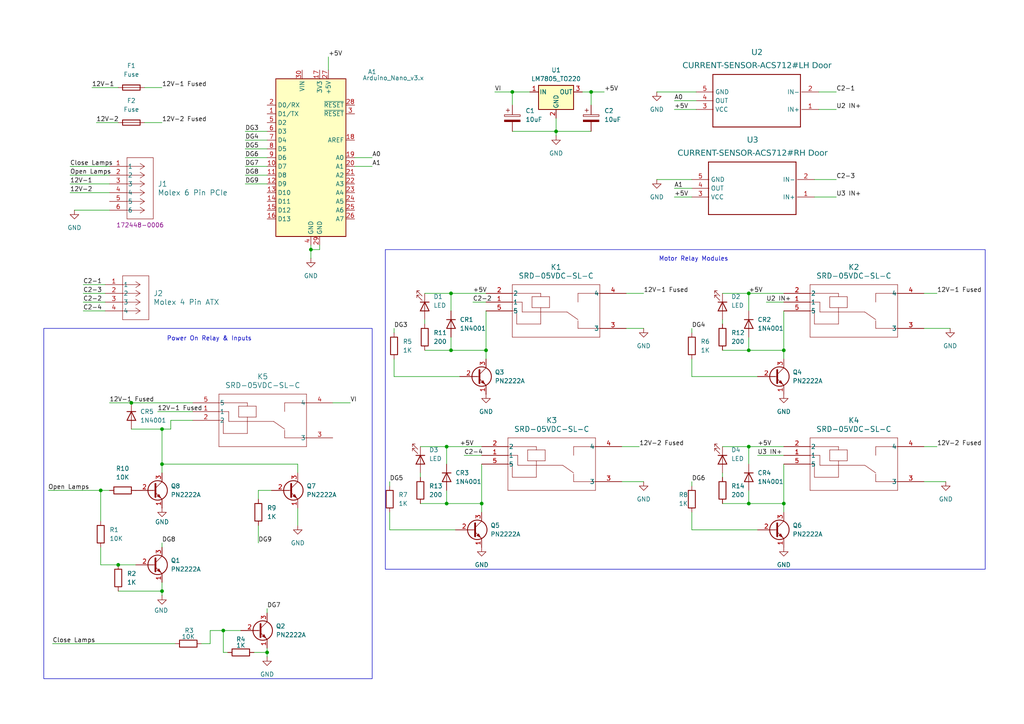
<source format=kicad_sch>
(kicad_sch (version 20231120) (generator "eeschema") (generator_version "8.0")
  (paper "A4")
  (title_block (title "Fiero Headlight Controller PCB") (date "2024-04-13") (comment 1 "https://www.hackster.io/walkertexan/fiero-headlight-controller-8eaa4c") (comment 2 "Based On The Original Schematic By WalkerTexan") (comment 3 "KiCad Schematic Layout by Ryan Blanchard"))
  (lib_symbols
    (symbol "D_1" (pin_numbers hide) (pin_names (offset 1.016) hide)
      (property "Reference" "CR3" (at -1.2701 2.54 90))
      (property "Value" "1N4001" (at 1.2699 2.54 90))
      (symbol "D_1_1_1"
        (pin passive line (at 3.81 0 180) (length 2.54) (name "A") (number "A"))
        (pin passive line (at -3.81 0 0) (length 2.54) (name "K") (number "C"))
      )
    )
    (symbol "D_2" (pin_numbers hide) (pin_names (offset 1.016) hide)
      (property "Reference" "CR5" (at -1.2701 2.54 90))
      (property "Value" "1N4001" (at 1.2699 2.54 90))
      (symbol "D_2_1_1"
        (pin passive line (at 3.81 0 180) (length 2.54) (name "A") (number "A"))
        (pin passive line (at -3.81 0 0) (length 2.54) (name "K") (number "C"))
      )
    )
    (symbol "D_3" (pin_numbers hide) (pin_names (offset 1.016) hide)
      (property "Reference" "CR1" (at -1.2701 2.54 90))
      (property "Value" "1N4001" (at 1.2699 2.54 90))
      (symbol "D_3_1_1"
        (pin passive line (at 3.81 0 180) (length 2.54) (name "A") (number "A"))
        (pin passive line (at -3.81 0 0) (length 2.54) (name "K") (number "C"))
      )
    )
    (symbol "D_4" (pin_numbers hide) (pin_names (offset 1.016) hide)
      (property "Reference" "CR2" (at -1.2701 2.54 90))
      (property "Value" "1N4001" (at 1.2699 2.54 90))
      (symbol "D_4_1_1"
        (pin passive line (at 3.81 0 180) (length 2.54) (name "A") (number "A"))
        (pin passive line (at -3.81 0 0) (length 2.54) (name "K") (number "C"))
      )
    )
    (symbol "Device:C_Polarized" (pin_numbers hide) (pin_names (offset 0.254))
      (property "Reference" "C" (at 0.635 2.54 0))
      (property "Value" "C_Polarized" (at 0.635 -2.54 0))
      (symbol "C_Polarized_1_1"
        (pin passive line (at 0 3.81 270) (length 2.794) (name "~") (number "1"))
        (pin passive line (at 0 -3.81 90) (length 2.794) (name "~") (number "2"))
      )
    )
    (symbol "Device:D" (pin_numbers hide) (pin_names (offset 1.016) hide)
      (property "Reference" "CR4" (at -1.2701 2.54 90))
      (property "Value" "1N4001" (at 1.2699 2.54 90))
      (symbol "D_1_1"
        (pin passive line (at 3.81 0 180) (length 2.54) (name "A") (number "A"))
        (pin passive line (at -3.81 0 0) (length 2.54) (name "K") (number "C"))
      )
    )
    (symbol "Device:Fuse" (pin_numbers hide) (pin_names (offset 0))
      (property "Reference" "F" (at 2.032 0 90))
      (property "Value" "Fuse" (at -1.905 0 90))
      (symbol "Fuse_1_1"
        (pin passive line (at 0 3.81 270) (length 1.27) (name "~") (number "1"))
        (pin passive line (at 0 -3.81 90) (length 1.27) (name "~") (number "2"))
      )
    )
    (symbol "Device:LED" (pin_numbers hide) (pin_names (offset 1.016) hide)
      (property "Reference" "D" (at 0 2.54 0))
      (property "Value" "LED" (at 0 -2.54 0))
      (symbol "LED_1_1"
        (pin passive line (at -3.81 0 0) (length 2.54) (name "K") (number "1"))
        (pin passive line (at 3.81 0 180) (length 2.54) (name "A") (number "2"))
      )
    )
    (symbol "Device:R" (pin_numbers hide) (pin_names (offset 0))
      (property "Reference" "R" (at 2.032 0 90))
      (property "Value" "R" (at 0 0 90))
      (symbol "R_1_1"
        (pin passive line (at 0 3.81 270) (length 1.27) (name "~") (number "1"))
        (pin passive line (at 0 -3.81 90) (length 1.27) (name "~") (number "2"))
      )
    )
    (symbol "Fiero:CURRENT-SENSOR-ACS712#IC"
      (property "Reference" "1" (at -0.635 12.3825 0))
      (property "Value" "CURRENT-SENSOR-ACS712#LH Door" (at -0.635 10.0711 0))
      (symbol "CURRENT-SENSOR-ACS712#IC_0_0"
        (pin bidirectional line (at 17.78 -2.54 180) (length 4.9784) (name "IN+") (number "1"))
        (pin bidirectional line (at 17.78 2.54 180) (length 4.9784) (name "IN-") (number "2"))
        (pin bidirectional line (at -17.78 -2.54 0) (length 4.9784) (name "VCC") (number "3"))
        (pin bidirectional line (at -17.78 0 0) (length 4.9784) (name "OUT") (number "4"))
        (pin bidirectional line (at -17.78 2.54 0) (length 4.9784) (name "GND") (number "5"))
      )
    )
    (symbol "Fiero:SRD-05VDC-SL-C" (pin_names (offset 0.254))
      (property "Reference" "K" (at 20.32 10.16 0))
      (property "Value" "SRD-05VDC-SL-C" (at 20.32 7.62 0))
      (symbol "SRD-05VDC-SL-C_0_1"
        (pin unspecified line (at 0 0 0) (length 7.62) (name "1") (number "1"))
        (pin unspecified line (at 0 -2.54 0) (length 7.62) (name "2") (number "2"))
        (pin unspecified line (at 40.64 -7.62 180) (length 7.62) (name "3") (number "3"))
        (pin unspecified line (at 40.64 2.54 180) (length 7.62) (name "4") (number "4"))
        (pin unspecified line (at 0 2.54 0) (length 7.62) (name "5") (number "5"))
      )
    )
    (symbol "MCU_Module:Arduino_Nano_v3.x"
      (property "Reference" "A" (at -10.16 23.495 0))
      (property "Value" "Arduino_Nano_v3.x" (at 5.08 -24.13 0))
      (symbol "Arduino_Nano_v3.x_1_1"
        (pin bidirectional line (at -12.7 12.7 0) (length 2.54) (name "D1/TX") (number "1"))
        (pin bidirectional line (at -12.7 -2.54 0) (length 2.54) (name "D7") (number "10"))
        (pin bidirectional line (at -12.7 -5.08 0) (length 2.54) (name "D8") (number "11"))
        (pin bidirectional line (at -12.7 -7.62 0) (length 2.54) (name "D9") (number "12"))
        (pin bidirectional line (at -12.7 -10.16 0) (length 2.54) (name "D10") (number "13"))
        (pin bidirectional line (at -12.7 -12.7 0) (length 2.54) (name "D11") (number "14"))
        (pin bidirectional line (at -12.7 -15.24 0) (length 2.54) (name "D12") (number "15"))
        (pin bidirectional line (at -12.7 -17.78 0) (length 2.54) (name "D13") (number "16"))
        (pin power_out line (at 2.54 25.4 270) (length 2.54) (name "3V3") (number "17"))
        (pin input line (at 12.7 5.08 180) (length 2.54) (name "AREF") (number "18"))
        (pin bidirectional line (at 12.7 0 180) (length 2.54) (name "A0") (number "19"))
        (pin bidirectional line (at -12.7 15.24 0) (length 2.54) (name "D0/RX") (number "2"))
        (pin bidirectional line (at 12.7 -2.54 180) (length 2.54) (name "A1") (number "20"))
        (pin bidirectional line (at 12.7 -5.08 180) (length 2.54) (name "A2") (number "21"))
        (pin bidirectional line (at 12.7 -7.62 180) (length 2.54) (name "A3") (number "22"))
        (pin bidirectional line (at 12.7 -10.16 180) (length 2.54) (name "A4") (number "23"))
        (pin bidirectional line (at 12.7 -12.7 180) (length 2.54) (name "A5") (number "24"))
        (pin bidirectional line (at 12.7 -15.24 180) (length 2.54) (name "A6") (number "25"))
        (pin bidirectional line (at 12.7 -17.78 180) (length 2.54) (name "A7") (number "26"))
        (pin power_out line (at 5.08 25.4 270) (length 2.54) (name "+5V") (number "27"))
        (pin input line (at 12.7 15.24 180) (length 2.54) (name "~{RESET}") (number "28"))
        (pin power_in line (at 2.54 -25.4 90) (length 2.54) (name "GND") (number "29"))
        (pin input line (at 12.7 12.7 180) (length 2.54) (name "~{RESET}") (number "3"))
        (pin power_in line (at -2.54 25.4 270) (length 2.54) (name "VIN") (number "30"))
        (pin power_in line (at 0 -25.4 90) (length 2.54) (name "GND") (number "4"))
        (pin bidirectional line (at -12.7 10.16 0) (length 2.54) (name "D2") (number "5"))
        (pin bidirectional line (at -12.7 7.62 0) (length 2.54) (name "D3") (number "6"))
        (pin bidirectional line (at -12.7 5.08 0) (length 2.54) (name "D4") (number "7"))
        (pin bidirectional line (at -12.7 2.54 0) (length 2.54) (name "D5") (number "8"))
        (pin bidirectional line (at -12.7 0 0) (length 2.54) (name "D6") (number "9"))
      )
    )
    (symbol "Molex Power:Molex 4 Pin ATX" (pin_names (offset 0.254))
      (property "Reference" "J" (at 8.89 6.35 0))
      (property "Value" "Molex 4 Pin ATX" (at 8.636 4.064 0))
      (symbol "Molex 4 Pin ATX_1_1"
        (pin unspecified line (at 0 0 0) (length 5.08) (name "1") (number "1"))
        (pin unspecified line (at 0 -2.54 0) (length 5.08) (name "2") (number "2"))
        (pin unspecified line (at 0 -5.08 0) (length 5.08) (name "3") (number "3"))
        (pin unspecified line (at 0 -7.62 0) (length 5.08) (name "4") (number "4"))
      )
      (symbol "Molex 4 Pin ATX_1_2"
        (pin unspecified line (at 0 0 0) (length 5.08) (name "1") (number "1"))
        (pin unspecified line (at 0 -2.54 0) (length 5.08) (name "2") (number "2"))
        (pin unspecified line (at 0 -5.08 0) (length 5.08) (name "3") (number "3"))
        (pin unspecified line (at 0 -7.62 0) (length 5.08) (name "4") (number "4"))
      )
    )
    (symbol "Molex Power:Molex 6 Pin PCIe" (pin_names (offset 0.254))
      (property "Reference" "J" (at 8.89 6.35 0))
      (property "Value" "Molex 6 Pin PCIe" (at 8.636 4.064 0))
      (symbol "Molex 6 Pin PCIe_1_1"
        (pin unspecified line (at 0 0 0) (length 5.08) (name "1") (number "1"))
        (pin unspecified line (at 0 -2.54 0) (length 5.08) (name "2") (number "2"))
        (pin unspecified line (at 0 -5.08 0) (length 5.08) (name "3") (number "3"))
        (pin unspecified line (at 0 -7.62 0) (length 5.08) (name "4") (number "4"))
        (pin unspecified line (at 0 -10.16 0) (length 5.08) (name "5") (number "5"))
        (pin unspecified line (at 0 -12.7 0) (length 5.08) (name "6") (number "6"))
      )
      (symbol "Molex 6 Pin PCIe_1_2"
        (pin unspecified line (at 0 0 0) (length 5.08) (name "1") (number "1"))
        (pin unspecified line (at 0 -2.54 0) (length 5.08) (name "2") (number "2"))
        (pin unspecified line (at 0 -5.08 0) (length 5.08) (name "3") (number "3"))
        (pin unspecified line (at 0 -7.62 0) (length 5.08) (name "4") (number "4"))
        (pin unspecified line (at 0 -10.16 0) (length 5.08) (name "5") (number "5"))
        (pin unspecified line (at 0 -12.7 0) (length 5.08) (name "6") (number "6"))
      )
    )
    (symbol "Regulator_Linear:LM7805_TO220" (pin_names (offset 0.254))
      (property "Reference" "U1" (at 0 6.35 0))
      (property "Value" "LM7805_TO220" (at 0 3.81 0))
      (symbol "LM7805_TO220_1_1"
        (pin power_in line (at -7.62 0 0) (length 2.54) (name "IN") (number "1"))
        (pin power_in line (at 0 -7.62 90) (length 2.54) (name "GND") (number "2"))
        (pin power_out line (at 7.62 0 180) (length 2.54) (name "OUT") (number "3"))
      )
    )
    (symbol "SRD-05VDC-SL-C_1" (pin_names (offset 0.254))
      (property "Reference" "K3" (at 20.32 10.16 0))
      (property "Value" "SRD-05VDC-SL-C" (at 20.32 7.62 0))
      (symbol "SRD-05VDC-SL-C_1_0_1"
        (pin unspecified line (at 0 0 0) (length 7.62) (name "1") (number "1"))
        (pin unspecified line (at 0 2.54 0) (length 7.62) (name "2") (number "2"))
        (pin unspecified line (at 40.64 -7.62 180) (length 7.62) (name "3") (number "3"))
        (pin unspecified line (at 40.64 2.54 180) (length 7.62) (name "4") (number "4"))
        (pin unspecified line (at 0 -2.54 0) (length 7.62) (name "5") (number "5"))
      )
    )
    (symbol "SRD-05VDC-SL-C_2" (pin_names (offset 0.254))
      (property "Reference" "K" (at 20.32 10.16 0))
      (property "Value" "SRD-05VDC-SL-C" (at 20.32 7.62 0))
      (symbol "SRD-05VDC-SL-C_2_0_1"
        (pin unspecified line (at 0 0 0) (length 7.62) (name "1") (number "1"))
        (pin unspecified line (at 0 2.54 0) (length 7.62) (name "2") (number "2"))
        (pin unspecified line (at 40.64 -7.62 180) (length 7.62) (name "3") (number "3"))
        (pin unspecified line (at 40.64 2.54 180) (length 7.62) (name "4") (number "4"))
        (pin unspecified line (at 0 -2.54 0) (length 7.62) (name "5") (number "5"))
      )
    )
    (symbol "SRD-05VDC-SL-C_3" (pin_names (offset 0.254))
      (property "Reference" "K" (at 20.32 10.16 0))
      (property "Value" "SRD-05VDC-SL-C" (at 20.32 7.62 0))
      (symbol "SRD-05VDC-SL-C_3_0_1"
        (pin unspecified line (at 0 0 0) (length 7.62) (name "1") (number "1"))
        (pin unspecified line (at 0 2.54 0) (length 7.62) (name "2") (number "2"))
        (pin unspecified line (at 40.64 -7.62 180) (length 7.62) (name "3") (number "3"))
        (pin unspecified line (at 40.64 2.54 180) (length 7.62) (name "4") (number "4"))
        (pin unspecified line (at 0 -2.54 0) (length 7.62) (name "5") (number "5"))
      )
    )
    (symbol "SRD-05VDC-SL-C_4" (pin_names (offset 0.254))
      (property "Reference" "K" (at 20.32 10.16 0))
      (property "Value" "SRD-05VDC-SL-C" (at 20.32 7.62 0))
      (symbol "SRD-05VDC-SL-C_4_0_1"
        (pin unspecified line (at 0 0 0) (length 7.62) (name "1") (number "1"))
        (pin unspecified line (at 0 2.54 0) (length 7.62) (name "2") (number "2"))
        (pin unspecified line (at 40.64 -7.62 180) (length 7.62) (name "3") (number "3"))
        (pin unspecified line (at 40.64 2.54 180) (length 7.62) (name "4") (number "4"))
        (pin unspecified line (at 0 -2.54 0) (length 7.62) (name "5") (number "5"))
      )
    )
    (symbol "Transistor_BJT:PN2222A" (pin_names (offset 0) hide)
      (property "Reference" "Q" (at 5.08 1.905 0))
      (property "Value" "PN2222A" (at 5.08 0 0))
      (symbol "PN2222A_1_1"
        (pin passive line (at 2.54 -5.08 90) (length 2.54) (name "E") (number "1"))
        (pin input line (at -5.08 0 0) (length 5.08) (name "B") (number "2"))
        (pin passive line (at 2.54 5.08 270) (length 2.54) (name "C") (number "3"))
      )
    )
    (symbol "power:GND" (power) (pin_numbers hide) (pin_names (offset 0) hide)
      (property "Value" "GND" (at 0 -3.81 0))
      (symbol "GND_1_1"
        (pin power_in line (at 0 0 270) (length 0) (name "~") (number "1"))
      )
    )
  )
  (junction (at 161.29 38.1))
  (junction (at 90.17 72.39))
  (junction (at 217.17 85.09))
  (junction (at 148.59 26.67))
  (junction (at 46.99 124.46))
  (junction (at 46.99 171.45))
  (junction (at 77.47 189.23))
  (junction (at 34.29 163.83))
  (junction (at 217.17 146.05))
  (junction (at 129.54 146.05))
  (junction (at 227.33 101.6))
  (junction (at 217.17 129.54))
  (junction (at 129.54 129.54))
  (junction (at 139.7 146.05))
  (junction (at 140.97 101.6))
  (junction (at 46.99 134.62))
  (junction (at 130.81 85.09))
  (junction (at 130.81 101.6))
  (junction (at 29.21 142.24))
  (junction (at 217.17 101.6))
  (junction (at 171.45 26.67))
  (junction (at 38.1 116.84))
  (junction (at 227.33 146.05))
  (junction (at 64.77 182.88))
  (wire (pts (xy 121.92 137.16) (xy 121.92 138.43)))
  (wire (pts (xy 217.17 142.24) (xy 217.17 146.05)))
  (wire (pts (xy 86.36 134.62) (xy 86.36 137.16)))
  (wire (pts (xy 20.32 53.34) (xy 31.75 53.34)))
  (wire (pts (xy 73.66 189.23) (xy 77.47 189.23)))
  (wire (pts (xy 217.17 129.54) (xy 227.33 129.54)))
  (wire (pts (xy 114.3 104.14) (xy 114.3 109.22)))
  (wire (pts (xy 49.53 121.92) (xy 49.53 124.46)))
  (wire (pts (xy 130.81 101.6) (xy 140.97 101.6)))
  (wire (pts (xy 96.52 116.84) (xy 101.6 116.84)))
  (wire (pts (xy 129.54 129.54) (xy 139.7 129.54)))
  (wire (pts (xy 20.32 48.26) (xy 31.75 48.26)))
  (wire (pts (xy 49.53 124.46) (xy 46.99 124.46)))
  (wire (pts (xy 34.29 171.45) (xy 46.99 171.45)))
  (wire (pts (xy 55.88 121.92) (xy 49.53 121.92)))
  (wire (pts (xy 195.58 57.15) (xy 200.66 57.15)))
  (wire (pts (xy 46.99 157.48) (xy 46.99 158.75)))
  (wire (pts (xy 123.19 92.71) (xy 123.19 93.98)))
  (wire (pts (xy 137.16 87.63) (xy 140.97 87.63)))
  (wire (pts (xy 219.71 132.08) (xy 227.33 132.08)))
  (wire (pts (xy 217.17 101.6) (xy 227.33 101.6)))
  (wire (pts (xy 64.77 182.88) (xy 69.85 182.88)))
  (wire (pts (xy 237.49 31.75) (xy 242.57 31.75)))
  (wire (pts (xy 209.55 92.71) (xy 209.55 93.98)))
  (wire (pts (xy 114.3 95.25) (xy 114.3 96.52)))
  (wire (pts (xy 139.7 134.62) (xy 139.7 146.05)))
  (wire (pts (xy 200.66 153.67) (xy 219.71 153.67)))
  (wire (pts (xy 130.81 97.79) (xy 130.81 101.6)))
  (wire (pts (xy 24.13 90.17) (xy 30.48 90.17)))
  (wire (pts (xy 46.99 124.46) (xy 38.1 124.46)))
  (wire (pts (xy 74.93 142.24) (xy 74.93 144.78)))
  (wire (pts (xy 123.19 101.6) (xy 130.81 101.6)))
  (wire (pts (xy 13.97 142.24) (xy 29.21 142.24)))
  (wire (pts (xy 71.12 40.64) (xy 77.47 40.64)))
  (wire (pts (xy 41.91 35.56) (xy 46.99 35.56)))
  (wire (pts (xy 24.13 82.55) (xy 30.48 82.55)))
  (wire (pts (xy 134.62 132.08) (xy 139.7 132.08)))
  (wire (pts (xy 181.61 85.09) (xy 186.69 85.09)))
  (wire (pts (xy 77.47 189.23) (xy 77.47 190.5)))
  (wire (pts (xy 140.97 101.6) (xy 140.97 104.14)))
  (wire (pts (xy 95.25 16.51) (xy 95.25 20.32)))
  (wire (pts (xy 180.34 139.7) (xy 186.69 139.7)))
  (wire (pts (xy 209.55 129.54) (xy 217.17 129.54)))
  (wire (pts (xy 24.13 87.63) (xy 30.48 87.63)))
  (wire (pts (xy 26.67 25.4) (xy 34.29 25.4)))
  (wire (pts (xy 78.74 142.24) (xy 74.93 142.24)))
  (wire (pts (xy 121.92 129.54) (xy 129.54 129.54)))
  (wire (pts (xy 171.45 26.67) (xy 175.26 26.67)))
  (wire (pts (xy 217.17 97.79) (xy 217.17 101.6)))
  (wire (pts (xy 58.42 186.69) (xy 60.96 186.69)))
  (wire (pts (xy 46.99 168.91) (xy 46.99 171.45)))
  (wire (pts (xy 200.66 148.59) (xy 200.66 153.67)))
  (wire (pts (xy 267.97 85.09) (xy 271.78 85.09)))
  (wire (pts (xy 200.66 104.14) (xy 200.66 109.22)))
  (wire (pts (xy 29.21 158.75) (xy 29.21 163.83)))
  (wire (pts (xy 71.12 53.34) (xy 77.47 53.34)))
  (wire (pts (xy 31.75 116.84) (xy 38.1 116.84)))
  (wire (pts (xy 20.32 50.8) (xy 31.75 50.8)))
  (wire (pts (xy 217.17 85.09) (xy 227.33 85.09)))
  (wire (pts (xy 190.5 26.67) (xy 201.93 26.67)))
  (wire (pts (xy 195.58 54.61) (xy 200.66 54.61)))
  (wire (pts (xy 77.47 187.96) (xy 77.47 189.23)))
  (wire (pts (xy 34.29 163.83) (xy 39.37 163.83)))
  (wire (pts (xy 21.59 60.96) (xy 31.75 60.96)))
  (wire (pts (xy 92.71 71.12) (xy 92.71 72.39)))
  (wire (pts (xy 217.17 129.54) (xy 217.17 134.62)))
  (wire (pts (xy 114.3 109.22) (xy 133.35 109.22)))
  (wire (pts (xy 227.33 90.17) (xy 227.33 101.6)))
  (wire (pts (xy 130.81 85.09) (xy 140.97 85.09)))
  (wire (pts (xy 71.12 45.72) (xy 77.47 45.72)))
  (wire (pts (xy 71.12 43.18) (xy 77.47 43.18)))
  (wire (pts (xy 267.97 139.7) (xy 274.32 139.7)))
  (wire (pts (xy 227.33 101.6) (xy 227.33 104.14)))
  (wire (pts (xy 200.66 95.25) (xy 200.66 96.52)))
  (wire (pts (xy 267.97 95.25) (xy 275.59 95.25)))
  (wire (pts (xy 168.91 26.67) (xy 171.45 26.67)))
  (wire (pts (xy 190.5 52.07) (xy 200.66 52.07)))
  (wire (pts (xy 77.47 177.8) (xy 77.47 176.53)))
  (wire (pts (xy 71.12 48.26) (xy 77.47 48.26)))
  (wire (pts (xy 209.55 101.6) (xy 217.17 101.6)))
  (wire (pts (xy 195.58 29.21) (xy 201.93 29.21)))
  (wire (pts (xy 217.17 85.09) (xy 217.17 90.17)))
  (wire (pts (xy 46.99 134.62) (xy 46.99 137.16)))
  (wire (pts (xy 209.55 85.09) (xy 217.17 85.09)))
  (wire (pts (xy 29.21 163.83) (xy 34.29 163.83)))
  (wire (pts (xy 90.17 71.12) (xy 90.17 72.39)))
  (wire (pts (xy 113.03 148.59) (xy 113.03 153.67)))
  (wire (pts (xy 71.12 50.8) (xy 77.47 50.8)))
  (wire (pts (xy 129.54 146.05) (xy 139.7 146.05)))
  (wire (pts (xy 46.99 124.46) (xy 46.99 134.62)))
  (wire (pts (xy 236.22 57.15) (xy 242.57 57.15)))
  (wire (pts (xy 161.29 34.29) (xy 161.29 38.1)))
  (wire (pts (xy 140.97 90.17) (xy 140.97 101.6)))
  (wire (pts (xy 64.77 189.23) (xy 66.04 189.23)))
  (wire (pts (xy 236.22 52.07) (xy 242.57 52.07)))
  (wire (pts (xy 148.59 26.67) (xy 148.59 30.48)))
  (wire (pts (xy 161.29 38.1) (xy 161.29 39.37)))
  (wire (pts (xy 148.59 38.1) (xy 161.29 38.1)))
  (wire (pts (xy 209.55 146.05) (xy 217.17 146.05)))
  (wire (pts (xy 217.17 146.05) (xy 227.33 146.05)))
  (wire (pts (xy 71.12 38.1) (xy 77.47 38.1)))
  (wire (pts (xy 90.17 72.39) (xy 90.17 74.93)))
  (wire (pts (xy 86.36 147.32) (xy 86.36 152.4)))
  (wire (pts (xy 237.49 26.67) (xy 242.57 26.67)))
  (wire (pts (xy 45.72 119.38) (xy 55.88 119.38)))
  (wire (pts (xy 161.29 38.1) (xy 171.45 38.1)))
  (wire (pts (xy 102.87 48.26) (xy 107.95 48.26)))
  (wire (pts (xy 41.91 25.4) (xy 46.99 25.4)))
  (wire (pts (xy 113.03 139.7) (xy 113.03 140.97)))
  (wire (pts (xy 29.21 151.13) (xy 29.21 142.24)))
  (wire (pts (xy 15.24 186.69) (xy 50.8 186.69)))
  (wire (pts (xy 180.34 129.54) (xy 185.42 129.54)))
  (wire (pts (xy 227.33 134.62) (xy 227.33 146.05)))
  (wire (pts (xy 123.19 85.09) (xy 130.81 85.09)))
  (wire (pts (xy 27.94 35.56) (xy 34.29 35.56)))
  (wire (pts (xy 148.59 26.67) (xy 153.67 26.67)))
  (wire (pts (xy 24.13 85.09) (xy 30.48 85.09)))
  (wire (pts (xy 29.21 142.24) (xy 31.75 142.24)))
  (wire (pts (xy 46.99 171.45) (xy 46.99 172.72)))
  (wire (pts (xy 20.32 55.88) (xy 31.75 55.88)))
  (wire (pts (xy 74.93 152.4) (xy 74.93 157.48)))
  (wire (pts (xy 130.81 85.09) (xy 130.81 90.17)))
  (wire (pts (xy 38.1 116.84) (xy 55.88 116.84)))
  (wire (pts (xy 46.99 134.62) (xy 86.36 134.62)))
  (wire (pts (xy 209.55 137.16) (xy 209.55 138.43)))
  (wire (pts (xy 64.77 182.88) (xy 64.77 189.23)))
  (wire (pts (xy 102.87 45.72) (xy 107.95 45.72)))
  (wire (pts (xy 139.7 146.05) (xy 139.7 148.59)))
  (wire (pts (xy 171.45 26.67) (xy 171.45 30.48)))
  (wire (pts (xy 195.58 31.75) (xy 201.93 31.75)))
  (wire (pts (xy 60.96 186.69) (xy 60.96 182.88)))
  (wire (pts (xy 129.54 129.54) (xy 129.54 134.62)))
  (wire (pts (xy 181.61 95.25) (xy 186.69 95.25)))
  (wire (pts (xy 227.33 146.05) (xy 227.33 148.59)))
  (wire (pts (xy 143.51 26.67) (xy 148.59 26.67)))
  (wire (pts (xy 113.03 153.67) (xy 132.08 153.67)))
  (wire (pts (xy 222.25 87.63) (xy 227.33 87.63)))
  (wire (pts (xy 200.66 139.7) (xy 200.66 140.97)))
  (wire (pts (xy 129.54 142.24) (xy 129.54 146.05)))
  (wire (pts (xy 121.92 146.05) (xy 129.54 146.05)))
  (wire (pts (xy 60.96 182.88) (xy 64.77 182.88)))
  (wire (pts (xy 200.66 109.22) (xy 219.71 109.22)))
  (wire (pts (xy 267.97 129.54) (xy 271.78 129.54)))
  (wire (pts (xy 92.71 72.39) (xy 90.17 72.39)))
  (rectangle (start 111.76 72.39) (end 285.75 165.1))
  (rectangle (start 12.7 95.25) (end 107.95 196.85))
  (text "Motor Relay Modules" (at 201.168 75.184 0) (effects (font (size 1.27 1.27))))
  (text "Power On Relay & Inputs" (at 60.706 98.298 0) (effects (font (size 1.27 1.27))))
  (label "DG4" (at 200.66 95.25 0))
  (label "+5V" (at 195.58 31.75 0))
  (label "C2-4" (at 24.13 90.17 0))
  (label "12V-2" (at 27.94 35.56 0))
  (label "12V-1 Fused" (at 271.78 85.09 0))
  (label "12V-1 Fused" (at 186.69 85.09 0))
  (label "+5V" (at 137.16 85.09 0))
  (label "C2-2" (at 24.13 87.63 0))
  (label "12V-2" (at 20.32 55.88 0))
  (label "12V-1 Fused" (at 45.72 119.38 0))
  (label "DG5" (at 113.03 139.7 0))
  (label "DG3" (at 114.3 95.25 0))
  (label "DG8" (at 71.12 50.8 0))
  (label "VI" (at 101.6 116.84 0))
  (label "DG4" (at 71.12 40.64 0))
  (label "A1" (at 195.58 54.61 0))
  (label "Open Lamps" (at 20.32 50.8 0))
  (label "C2-2" (at 137.16 87.63 0))
  (label "U2 IN+" (at 222.25 87.63 0))
  (label "+5V" (at 217.17 85.09 0))
  (label "+5V" (at 195.58 57.15 0))
  (label "C2-3" (at 242.57 52.07 0))
  (label "C2-1" (at 24.13 82.55 0))
  (label "DG6" (at 200.66 139.7 0))
  (label "12V-1 Fused" (at 31.75 116.84 0))
  (label "+5V" (at 175.26 26.67 0))
  (label "+5V" (at 95.25 16.51 0))
  (label "12V-1" (at 26.67 25.4 0))
  (label "DG7" (at 71.12 48.26 0))
  (label "C2-1" (at 242.57 26.67 0))
  (label "12V-2 Fused" (at 46.99 35.56 0))
  (label "12V-1" (at 20.32 53.34 0))
  (label "DG6" (at 71.12 45.72 0))
  (label "Close Lamps" (at 15.24 186.69 0))
  (label "DG5" (at 71.12 43.18 0))
  (label "C2-4" (at 134.62 132.08 0))
  (label "+5V" (at 133.35 129.54 0))
  (label "12V-2 Fused" (at 271.78 129.54 0))
  (label "Close Lamps" (at 20.32 48.26 0))
  (label "12V-2 Fused" (at 185.42 129.54 0))
  (label "DG3" (at 71.12 38.1 0))
  (label "12V-1 Fused" (at 46.99 25.4 0))
  (label "A1" (at 107.95 48.26 0))
  (label "A0" (at 195.58 29.21 0))
  (label "U3 IN+" (at 242.57 57.15 0))
  (label "Open Lamps" (at 13.97 142.24 0))
  (label "C2-3" (at 24.13 85.09 0))
  (label "DG7" (at 77.47 176.53 0))
  (label "DG8" (at 46.99 157.48 0))
  (label "DG9" (at 71.12 53.34 0))
  (label "+5V" (at 219.71 129.54 0))
  (label "U2 IN+" (at 242.57 31.75 0))
  (label "A0" (at 107.95 45.72 0))
  (label "VI" (at 143.51 26.67 0))
  (label "DG9" (at 74.93 157.48 0))
  (label "U3 IN+" (at 219.71 132.08 0))
  (symbol (lib_id "power:GND") (at 227.33 158.75 0) (unit 1)
    (property "Reference" "#PWR018" (effects (hide yes)))
    (property "Value" "GND" (at 227.33 163.83 0))
    (property "Description" "Power symbol creates a global label with name \"GND\" , ground" (effects (hide yes)))
  )
  (symbol (lib_id "Fiero:CURRENT-SENSOR-ACS712#IC") (at 219.71 29.21 0) (unit 1)
    (property "Reference" "U2" (at 219.5703 15.24 0) (effects (font (size 1.6891 1.6891))))
    (property "Value" "CURRENT-SENSOR-ACS712#LH Door" (at 219.5703 19.05 0) (effects (font (size 1.6891 1.6891))))
    (property "Footprint" "Fiero:ACS712_A" (effects (hide yes)))
  )
  (symbol (lib_id "Device:R") (at 209.55 97.79 0) (unit 1)
    (property "Reference" "R12" (at 212.09 96.5199 0) (effects (justify left)))
    (property "Value" "200" (at 212.09 99.0599 0) (effects (justify left)))
    (property "Footprint" "Fiero:Resistors" (effects (hide yes)))
    (property "Description" "Resistor" (effects (hide yes)))
  )
  (symbol (lib_id "Device:D") (at 217.17 138.43 270) (unit 1)
    (property "Reference" "CR4" (at 219.71 137.1599 90) (effects (justify left)))
    (property "Value" "1N4001" (at 219.71 139.6999 90) (effects (justify left)))
    (property "Footprint" "Fiero:DIODE-1N4001" (effects (hide yes)))
    (property "Description" "Diode" (effects (hide yes)))
    (property "Sim.Device" "D" (effects (hide yes)))
    (property "Sim.Pins" "1=K 2=A" (effects (hide yes)))
  )
  (symbol (lib_id "Device:R") (at 209.55 142.24 0) (unit 1)
    (property "Reference" "R14" (at 212.09 140.9699 0) (effects (justify left)))
    (property "Value" "200" (at 212.09 143.5099 0) (effects (justify left)))
    (property "Footprint" "Fiero:Resistors" (effects (hide yes)))
    (property "Description" "Resistor" (effects (hide yes)))
  )
  (symbol (lib_id "Transistor_BJT:PN2222A") (at 83.82 142.24 0) (unit 1)
    (property "Reference" "Q7" (at 88.9 140.9699 0) (effects (justify left)))
    (property "Value" "PN2222A" (at 88.9 143.5099 0) (effects (justify left)))
    (property "Footprint" "Fiero:2N2222A" (effects (hide yes)))
    (property "Datasheet" "https://www.onsemi.com/pub/Collateral/PN2222-D.PDF" (effects (hide yes)))
    (property "Description" "1A Ic, 40V Vce, NPN Transistor, General Purpose Transistor, TO-92" (effects (hide yes)))
  )
  (symbol (lib_id "Device:C_Polarized") (at 171.45 34.29 0) (unit 1)
    (property "Reference" "C2" (at 175.26 32.1309 0) (effects (justify left)))
    (property "Value" "10uF" (at 175.26 34.6709 0) (effects (justify left)))
    (property "Footprint" "Fiero:CAP-TH_BD5.0-P2.00-D0.8-FD" (effects (hide yes)))
    (property "Description" "Polarized capacitor" (effects (hide yes)))
  )
  (symbol (lib_id "power:GND") (at 186.69 139.7 0) (unit 1)
    (property "Reference" "#PWR014" (effects (hide yes)))
    (property "Value" "GND" (at 186.69 144.78 0))
    (property "Description" "Power symbol creates a global label with name \"GND\" , ground" (effects (hide yes)))
  )
  (symbol (lib_id "Molex Power:Molex 4 Pin ATX") (at 30.48 82.55 0) (unit 1)
    (property "Reference" "J2" (at 44.45 85.0899 0) (effects (font (size 1.524 1.524)) (justify left)))
    (property "Value" "Molex 4 Pin ATX" (at 44.45 87.6299 0) (effects (font (size 1.524 1.524)) (justify left)))
    (property "Footprint" "Fiero:4 Pin ATX" (effects (hide yes)))
    (property "Datasheet" "1724480004" (effects (hide yes)))
  )
  (symbol (lib_id "Device:R") (at 34.29 167.64 0) (unit 1)
    (property "Reference" "R2" (at 36.83 166.3699 0) (effects (justify left)))
    (property "Value" "1K" (at 36.83 168.9099 0) (effects (justify left)))
    (property "Footprint" "Fiero:Resistors" (effects (hide yes)))
    (property "Description" "Resistor" (effects (hide yes)))
  )
  (symbol (lib_id "Device:R") (at 74.93 148.59 0) (unit 1)
    (property "Reference" "R9" (at 77.47 147.3199 0) (effects (justify left)))
    (property "Value" "1K" (at 77.47 149.8599 0) (effects (justify left)))
    (property "Footprint" "Fiero:Resistors" (effects (hide yes)))
    (property "Description" "Resistor" (effects (hide yes)))
  )
  (symbol (lib_id "Device:R") (at 121.92 142.24 0) (unit 1)
    (property "Reference" "R13" (at 124.46 140.9699 0) (effects (justify left)))
    (property "Value" "200" (at 124.46 143.5099 0) (effects (justify left)))
    (property "Footprint" "Fiero:Resistors" (effects (hide yes)))
    (property "Description" "Resistor" (effects (hide yes)))
  )
  (symbol (lib_id "Device:Fuse") (at 38.1 25.4 90) (unit 1)
    (property "Reference" "F1" (at 38.1 19.05 90))
    (property "Value" "Fuse" (at 38.1 21.59 90))
    (property "Footprint" "Fuse:Fuse_Blade_ATO_directSolder" (effects (hide yes)))
    (property "Description" "Fuse" (effects (hide yes)))
  )
  (symbol (lib_id "Regulator_Linear:LM7805_TO220") (at 161.29 26.67 0) (unit 1)
    (property "Reference" "U1" (at 161.29 20.32 0))
    (property "Value" "LM7805_TO220" (at 161.29 22.86 0))
    (property "Footprint" "Fiero:L7805" (effects (hide yes)))
    (property "Datasheet" "https://www.onsemi.cn/PowerSolutions/document/MC7800-D.PDF" (effects (hide yes)))
    (property "Description" "Positive 1A 35V Linear Regulator, Fixed Output 5V, TO-220" (effects (hide yes)))
  )
  (symbol (lib_id "power:GND") (at 161.29 39.37 0) (unit 1)
    (property "Reference" "#PWR04" (effects (hide yes)))
    (property "Value" "GND" (at 161.29 44.45 0))
    (property "Description" "Power symbol creates a global label with name \"GND\" , ground" (effects (hide yes)))
  )
  (symbol (lib_id "Device:R") (at 200.66 144.78 0) (unit 1)
    (property "Reference" "R8" (at 196.85 143.5099 0) (effects (justify left)))
    (property "Value" "1K" (at 196.85 146.0499 0) (effects (justify left)))
    (property "Footprint" "Fiero:Resistors" (effects (hide yes)))
    (property "Description" "Resistor" (effects (hide yes)))
  )
  (symbol (lib_id "Transistor_BJT:PN2222A") (at 137.16 153.67 0) (unit 1)
    (property "Reference" "Q5" (at 142.24 152.3999 0) (effects (justify left)))
    (property "Value" "PN2222A" (at 142.24 154.9399 0) (effects (justify left)))
    (property "Footprint" "Fiero:2N2222A" (effects (hide yes)))
    (property "Datasheet" "https://www.onsemi.com/pub/Collateral/PN2222-D.PDF" (effects (hide yes)))
    (property "Description" "1A Ic, 40V Vce, NPN Transistor, General Purpose Transistor, TO-92" (effects (hide yes)))
  )
  (symbol (lib_id "Fiero:CURRENT-SENSOR-ACS712#IC") (at 218.44 54.61 0) (unit 1)
    (property "Reference" "U3" (at 218.3003 40.64 0) (effects (font (size 1.6891 1.6891))))
    (property "Value" "CURRENT-SENSOR-ACS712#RH Door" (at 218.3003 44.45 0) (effects (font (size 1.6891 1.6891))))
    (property "Footprint" "Fiero:ACS712_A" (effects (hide yes)))
  )
  (symbol (lib_id "power:GND") (at 274.32 139.7 0) (unit 1)
    (property "Reference" "#PWR013" (effects (hide yes)))
    (property "Value" "GND" (at 274.32 144.78 0))
    (property "Description" "Power symbol creates a global label with name \"GND\" , ground" (effects (hide yes)))
  )
  (symbol (lib_id "power:GND") (at 275.59 95.25 0) (unit 1)
    (property "Reference" "#PWR012" (effects (hide yes)))
    (property "Value" "GND" (at 275.59 100.33 0))
    (property "Description" "Power symbol creates a global label with name \"GND\" , ground" (effects (hide yes)))
  )
  (symbol (lib_id "Transistor_BJT:PN2222A") (at 44.45 142.24 0) (unit 1)
    (property "Reference" "Q8" (at 49.53 140.9699 0) (effects (justify left)))
    (property "Value" "PN2222A" (at 49.53 143.5099 0) (effects (justify left)))
    (property "Footprint" "Fiero:2N2222A" (effects (hide yes)))
    (property "Datasheet" "https://www.onsemi.com/pub/Collateral/PN2222-D.PDF" (effects (hide yes)))
    (property "Description" "1A Ic, 40V Vce, NPN Transistor, General Purpose Transistor, TO-92" (effects (hide yes)))
  )
  (symbol (lib_id "Device:C_Polarized") (at 148.59 34.29 0) (unit 1)
    (property "Reference" "C1" (at 152.4 32.1309 0) (effects (justify left)))
    (property "Value" "10uF" (at 152.4 34.6709 0) (effects (justify left)))
    (property "Footprint" "Fiero:CAP-TH_BD5.0-P2.00-D0.8-FD" (effects (hide yes)))
    (property "Description" "Polarized capacitor" (effects (hide yes)))
  )
  (symbol (lib_id "Device:R") (at 113.03 144.78 0) (unit 1)
    (property "Reference" "R7" (at 115.57 143.5099 0) (effects (justify left)))
    (property "Value" "1K" (at 115.57 146.0499 0) (effects (justify left)))
    (property "Footprint" "Fiero:Resistors" (effects (hide yes)))
    (property "Description" "Resistor" (effects (hide yes)))
  )
  (symbol (lib_name "SRD-05VDC-SL-C_2") (lib_id "Fiero:SRD-05VDC-SL-C") (at 140.97 87.63 0) (unit 1)
    (property "Reference" "K1" (at 161.29 77.47 0) (effects (font (size 1.524 1.524))))
    (property "Value" "SRD-05VDC-SL-C" (at 161.29 80.01 0) (effects (font (size 1.524 1.524))))
    (property "Footprint" "Fiero:JQC-3FF-S-Z" (effects (hide yes)))
    (property "Datasheet" "SRD-05VDC-SL-C" (effects (hide yes)))
  )
  (symbol (lib_id "Device:R") (at 29.21 154.94 0) (unit 1)
    (property "Reference" "R1" (at 31.75 153.6699 0) (effects (justify left)))
    (property "Value" "10K" (at 31.75 156.2099 0) (effects (justify left)))
    (property "Footprint" "Fiero:Resistors" (effects (hide yes)))
    (property "Description" "Resistor" (effects (hide yes)))
  )
  (symbol (lib_id "Device:R") (at 114.3 100.33 0) (unit 1)
    (property "Reference" "R5" (at 116.84 99.0599 0) (effects (justify left)))
    (property "Value" "1K" (at 116.84 101.5999 0) (effects (justify left)))
    (property "Footprint" "Fiero:Resistors" (effects (hide yes)))
    (property "Description" "Resistor" (effects (hide yes)))
  )
  (symbol (lib_id "power:GND") (at 86.36 152.4 0) (unit 1)
    (property "Reference" "#PWR03" (effects (hide yes)))
    (property "Value" "GND" (at 86.36 157.48 0))
    (property "Description" "Power symbol creates a global label with name \"GND\" , ground" (effects (hide yes)))
  )
  (symbol (lib_id "Transistor_BJT:PN2222A") (at 224.79 109.22 0) (unit 1)
    (property "Reference" "Q4" (at 229.87 107.9499 0) (effects (justify left)))
    (property "Value" "PN2222A" (at 229.87 110.4899 0) (effects (justify left)))
    (property "Footprint" "Fiero:2N2222A" (effects (hide yes)))
    (property "Datasheet" "https://www.onsemi.com/pub/Collateral/PN2222-D.PDF" (effects (hide yes)))
    (property "Description" "1A Ic, 40V Vce, NPN Transistor, General Purpose Transistor, TO-92" (effects (hide yes)))
  )
  (symbol (lib_name "SRD-05VDC-SL-C_1") (lib_id "Fiero:SRD-05VDC-SL-C") (at 139.7 132.08 0) (unit 1)
    (property "Reference" "K3" (at 160.02 121.92 0) (effects (font (size 1.524 1.524))))
    (property "Value" "SRD-05VDC-SL-C" (at 160.02 124.46 0) (effects (font (size 1.524 1.524))))
    (property "Footprint" "Fiero:JQC-3FF-S-Z" (effects (hide yes)))
    (property "Datasheet" "SRD-05VDC-SL-C" (effects (hide yes)))
  )
  (symbol (lib_id "Transistor_BJT:PN2222A") (at 224.79 153.67 0) (unit 1)
    (property "Reference" "Q6" (at 229.87 152.3999 0) (effects (justify left)))
    (property "Value" "PN2222A" (at 229.87 154.9399 0) (effects (justify left)))
    (property "Footprint" "Fiero:2N2222A" (effects (hide yes)))
    (property "Datasheet" "https://www.onsemi.com/pub/Collateral/PN2222-D.PDF" (effects (hide yes)))
    (property "Description" "1A Ic, 40V Vce, NPN Transistor, General Purpose Transistor, TO-92" (effects (hide yes)))
  )
  (symbol (lib_id "power:GND") (at 139.7 158.75 0) (unit 1)
    (property "Reference" "#PWR017" (effects (hide yes)))
    (property "Value" "GND" (at 139.7 163.83 0))
    (property "Description" "Power symbol creates a global label with name \"GND\" , ground" (effects (hide yes)))
  )
  (symbol (lib_id "power:GND") (at 90.17 74.93 0) (unit 1)
    (property "Reference" "#PWR05" (effects (hide yes)))
    (property "Value" "GND" (at 90.17 80.01 0))
    (property "Description" "Power symbol creates a global label with name \"GND\" , ground" (effects (hide yes)))
  )
  (symbol (lib_id "Molex Power:Molex 6 Pin PCIe") (at 31.75 48.26 0) (unit 1)
    (property "Reference" "J1" (at 45.72 53.3399 0) (effects (font (size 1.524 1.524)) (justify left)))
    (property "Value" "Molex 6 Pin PCIe" (at 45.72 55.8799 0) (effects (font (size 1.524 1.524)) (justify left)))
    (property "Footprint" "Fiero:6 Pin PCIe" (effects (hide yes)))
    (property "Datasheet" "1724480006" (effects (hide yes)))
    (property "Description" "172448-0006" (at 40.64 65.278 0))
  )
  (symbol (lib_id "power:GND") (at 46.99 172.72 0) (unit 1)
    (property "Reference" "#PWR06" (effects (hide yes)))
    (property "Value" "GND" (at 46.736 177.038 0))
    (property "Description" "Power symbol creates a global label with name \"GND\" , ground" (effects (hide yes)))
  )
  (symbol (lib_name "D_2") (lib_id "Device:D") (at 38.1 120.65 270) (unit 1)
    (property "Reference" "CR5" (at 40.64 119.3799 90) (effects (justify left)))
    (property "Value" "1N4001" (at 40.64 121.9199 90) (effects (justify left)))
    (property "Footprint" "Fiero:DIODE-1N4001" (effects (hide yes)))
    (property "Description" "Diode" (effects (hide yes)))
    (property "Sim.Device" "D" (effects (hide yes)))
    (property "Sim.Pins" "1=K 2=A" (effects (hide yes)))
  )
  (symbol (lib_id "Device:R") (at 200.66 100.33 0) (unit 1)
    (property "Reference" "R6" (at 203.2 99.0599 0) (effects (justify left)))
    (property "Value" "1K" (at 203.2 101.5999 0) (effects (justify left)))
    (property "Footprint" "Fiero:Resistors" (effects (hide yes)))
    (property "Description" "Resistor" (effects (hide yes)))
  )
  (symbol (lib_id "MCU_Module:Arduino_Nano_v3.x") (at 90.17 45.72 0) (unit 1)
    (property "Reference" "A1" (at 106.68 20.828 0) (effects (justify left)))
    (property "Value" "Arduino_Nano_v3.x" (at 105.156 22.606 0) (effects (justify left)))
    (property "Footprint" "Module:Arduino_Nano" (effects (hide yes)))
    (property "Datasheet" "http://www.mouser.com/pdfdocs/Gravitech_Arduino_Nano3_0.pdf" (effects (hide yes)))
    (property "Description" "Arduino Nano v3.x" (effects (hide yes)))
  )
  (symbol (lib_name "D_4") (lib_id "Device:D") (at 217.17 93.98 270) (unit 1)
    (property "Reference" "CR2" (at 219.71 92.7099 90) (effects (justify left)))
    (property "Value" "1N4001" (at 219.71 95.2499 90) (effects (justify left)))
    (property "Footprint" "Fiero:DIODE-1N4001" (effects (hide yes)))
    (property "Description" "Diode" (effects (hide yes)))
    (property "Sim.Device" "D" (effects (hide yes)))
    (property "Sim.Pins" "1=K 2=A" (effects (hide yes)))
  )
  (symbol (lib_id "power:GND") (at 186.69 95.25 0) (unit 1)
    (property "Reference" "#PWR011" (effects (hide yes)))
    (property "Value" "GND" (at 186.69 100.33 0))
    (property "Description" "Power symbol creates a global label with name \"GND\" , ground" (effects (hide yes)))
  )
  (symbol (lib_id "Device:R") (at 123.19 97.79 0) (unit 1)
    (property "Reference" "R11" (at 125.73 96.5199 0) (effects (justify left)))
    (property "Value" "200" (at 125.73 99.0599 0) (effects (justify left)))
    (property "Footprint" "Fiero:Resistors" (effects (hide yes)))
    (property "Description" "Resistor" (effects (hide yes)))
  )
  (symbol (lib_name "D_3") (lib_id "Device:D") (at 130.81 93.98 270) (unit 1)
    (property "Reference" "CR1" (at 133.35 92.7099 90) (effects (justify left)))
    (property "Value" "1N4001" (at 133.35 95.2499 90) (effects (justify left)))
    (property "Footprint" "Fiero:DIODE-1N4001" (effects (hide yes)))
    (property "Description" "Diode" (effects (hide yes)))
    (property "Sim.Device" "D" (effects (hide yes)))
    (property "Sim.Pins" "1=K 2=A" (effects (hide yes)))
  )
  (symbol (lib_id "Device:Fuse") (at 38.1 35.56 90) (unit 1)
    (property "Reference" "F2" (at 38.1 29.21 90))
    (property "Value" "Fuse" (at 38.1 31.75 90))
    (property "Footprint" "Fuse:Fuse_Blade_ATO_directSolder" (effects (hide yes)))
    (property "Description" "Fuse" (effects (hide yes)))
  )
  (symbol (lib_id "power:GND") (at 140.97 114.3 0) (unit 1)
    (property "Reference" "#PWR015" (effects (hide yes)))
    (property "Value" "GND" (at 140.97 119.38 0))
    (property "Description" "Power symbol creates a global label with name \"GND\" , ground" (effects (hide yes)))
  )
  (symbol (lib_name "SRD-05VDC-SL-C_4") (lib_id "Fiero:SRD-05VDC-SL-C") (at 227.33 87.63 0) (unit 1)
    (property "Reference" "K2" (at 247.65 77.47 0) (effects (font (size 1.524 1.524))))
    (property "Value" "SRD-05VDC-SL-C" (at 247.65 80.01 0) (effects (font (size 1.524 1.524))))
    (property "Footprint" "Fiero:JQC-3FF-S-Z" (effects (hide yes)))
    (property "Datasheet" "SRD-05VDC-SL-C" (effects (hide yes)))
  )
  (symbol (lib_id "power:GND") (at 190.5 26.67 0) (unit 1)
    (property "Reference" "#PWR08" (effects (hide yes)))
    (property "Value" "GND" (at 190.5 31.75 0))
    (property "Description" "Power symbol creates a global label with name \"GND\" , ground" (effects (hide yes)))
  )
  (symbol (lib_id "power:GND") (at 77.47 190.5 0) (unit 1)
    (property "Reference" "#PWR07" (effects (hide yes)))
    (property "Value" "GND" (at 77.47 195.58 0))
    (property "Description" "Power symbol creates a global label with name \"GND\" , ground" (effects (hide yes)))
  )
  (symbol (lib_id "Transistor_BJT:PN2222A") (at 138.43 109.22 0) (unit 1)
    (property "Reference" "Q3" (at 143.51 107.9499 0) (effects (justify left)))
    (property "Value" "PN2222A" (at 143.51 110.4899 0) (effects (justify left)))
    (property "Footprint" "Fiero:2N2222A" (effects (hide yes)))
    (property "Datasheet" "https://www.onsemi.com/pub/Collateral/PN2222-D.PDF" (effects (hide yes)))
    (property "Description" "1A Ic, 40V Vce, NPN Transistor, General Purpose Transistor, TO-92" (effects (hide yes)))
  )
  (symbol (lib_id "power:GND") (at 46.99 147.32 0) (unit 1)
    (property "Reference" "#PWR01" (effects (hide yes)))
    (property "Value" "GND" (at 46.99 151.384 0))
    (property "Description" "Power symbol creates a global label with name \"GND\" , ground" (effects (hide yes)))
  )
  (symbol (lib_name "D_1") (lib_id "Device:D") (at 129.54 138.43 270) (unit 1)
    (property "Reference" "CR3" (at 132.08 137.1599 90) (effects (justify left)))
    (property "Value" "1N4001" (at 132.08 139.6999 90) (effects (justify left)))
    (property "Footprint" "Fiero:DIODE-1N4001" (effects (hide yes)))
    (property "Description" "Diode" (effects (hide yes)))
    (property "Sim.Device" "D" (effects (hide yes)))
    (property "Sim.Pins" "1=K 2=A" (effects (hide yes)))
  )
  (symbol (lib_id "Device:LED") (at 209.55 133.35 270) (unit 1)
    (property "Reference" "D4" (at 212.09 130.4924 90) (effects (justify left)))
    (property "Value" "LED" (at 212.09 133.0324 90) (effects (justify left)))
    (property "Footprint" "Fiero:LED-5MM-5MM" (effects (hide yes)))
    (property "Description" "Light emitting diode" (effects (hide yes)))
  )
  (symbol (lib_id "Device:R") (at 69.85 189.23 90) (unit 1)
    (property "Reference" "R4" (at 69.85 185.42 90))
    (property "Value" "1K" (at 69.85 187.198 90))
    (property "Footprint" "Fiero:Resistors" (effects (hide yes)))
    (property "Description" "Resistor" (effects (hide yes)))
  )
  (symbol (lib_id "power:GND") (at 21.59 60.96 0) (unit 1)
    (property "Reference" "#PWR02" (effects (hide yes)))
    (property "Value" "GND" (at 21.59 66.04 0))
    (property "Description" "Power symbol creates a global label with name \"GND\" , ground" (effects (hide yes)))
  )
  (symbol (lib_id "Device:R") (at 54.61 186.69 90) (unit 1)
    (property "Reference" "R3" (at 54.864 182.88 90))
    (property "Value" "10K" (at 54.61 184.658 90))
    (property "Footprint" "Fiero:Resistors" (effects (hide yes)))
    (property "Description" "Resistor" (effects (hide yes)))
  )
  (symbol (lib_id "Device:LED") (at 121.92 133.35 270) (unit 1)
    (property "Reference" "D3" (at 124.46 130.4924 90) (effects (justify left)))
    (property "Value" "LED" (at 124.46 133.0324 90) (effects (justify left)))
    (property "Footprint" "Fiero:LED-5MM-5MM" (effects (hide yes)))
    (property "Description" "Light emitting diode" (effects (hide yes)))
  )
  (symbol (lib_id "power:GND") (at 190.5 52.07 0) (unit 1)
    (property "Reference" "#PWR09" (effects (hide yes)))
    (property "Value" "GND" (at 190.5 57.15 0))
    (property "Description" "Power symbol creates a global label with name \"GND\" , ground" (effects (hide yes)))
  )
  (symbol (lib_id "Transistor_BJT:PN2222A") (at 74.93 182.88 0) (unit 1)
    (property "Reference" "Q2" (at 80.01 181.6099 0) (effects (justify left)))
    (property "Value" "PN2222A" (at 80.01 184.1499 0) (effects (justify left)))
    (property "Footprint" "Fiero:2N2222A" (effects (hide yes)))
    (property "Datasheet" "https://www.onsemi.com/pub/Collateral/PN2222-D.PDF" (effects (hide yes)))
    (property "Description" "1A Ic, 40V Vce, NPN Transistor, General Purpose Transistor, TO-92" (effects (hide yes)))
  )
  (symbol (lib_id "power:GND") (at 227.33 114.3 0) (unit 1)
    (property "Reference" "#PWR016" (effects (hide yes)))
    (property "Value" "GND" (at 227.33 119.38 0))
    (property "Description" "Power symbol creates a global label with name \"GND\" , ground" (effects (hide yes)))
  )
  (symbol (lib_id "Device:R") (at 35.56 142.24 270) (unit 1)
    (property "Reference" "R10" (at 35.56 135.89 90))
    (property "Value" "10K" (at 35.56 138.43 90))
    (property "Footprint" "Fiero:Resistors" (effects (hide yes)))
    (property "Description" "Resistor" (effects (hide yes)))
  )
  (symbol (lib_id "Device:LED") (at 123.19 88.9 270) (unit 1)
    (property "Reference" "D1" (at 125.73 86.0424 90) (effects (justify left)))
    (property "Value" "LED" (at 125.73 88.5824 90) (effects (justify left)))
    (property "Footprint" "Fiero:LED-5MM-5MM" (effects (hide yes)))
    (property "Description" "Light emitting diode" (effects (hide yes)))
  )
  (symbol (lib_name "SRD-05VDC-SL-C_3") (lib_id "Fiero:SRD-05VDC-SL-C") (at 227.33 132.08 0) (unit 1)
    (property "Reference" "K4" (at 247.65 121.92 0) (effects (font (size 1.524 1.524))))
    (property "Value" "SRD-05VDC-SL-C" (at 247.65 124.46 0) (effects (font (size 1.524 1.524))))
    (property "Footprint" "Fiero:JQC-3FF-S-Z" (effects (hide yes)))
    (property "Datasheet" "SRD-05VDC-SL-C" (effects (hide yes)))
  )
  (symbol (lib_id "Transistor_BJT:PN2222A") (at 44.45 163.83 0) (unit 1)
    (property "Reference" "Q1" (at 49.53 162.5599 0) (effects (justify left)))
    (property "Value" "PN2222A" (at 49.53 165.0999 0) (effects (justify left)))
    (property "Footprint" "Fiero:2N2222A" (effects (hide yes)))
    (property "Datasheet" "https://www.onsemi.com/pub/Collateral/PN2222-D.PDF" (effects (hide yes)))
    (property "Description" "1A Ic, 40V Vce, NPN Transistor, General Purpose Transistor, TO-92" (effects (hide yes)))
  )
  (symbol (lib_id "Device:LED") (at 209.55 88.9 270) (unit 1)
    (property "Reference" "D2" (at 212.09 86.0424 90) (effects (justify left)))
    (property "Value" "LED" (at 212.09 88.5824 90) (effects (justify left)))
    (property "Footprint" "Fiero:LED-5MM-5MM" (effects (hide yes)))
    (property "Description" "Light emitting diode" (effects (hide yes)))
  )
  (symbol (lib_id "Fiero:SRD-05VDC-SL-C") (at 55.88 119.38 0) (unit 1)
    (property "Reference" "K5" (at 76.2 109.22 0) (effects (font (size 1.524 1.524))))
    (property "Value" "SRD-05VDC-SL-C" (at 76.2 111.76 0) (effects (font (size 1.524 1.524))))
    (property "Footprint" "Fiero:JQC-3FF-S-Z" (effects (hide yes)))
    (property "Datasheet" "SRD-05VDC-SL-C" (effects (hide yes)))
  )
)
</source>
